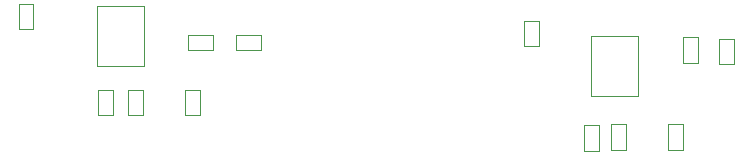
<source format=gbr>
%TF.GenerationSoftware,Altium Limited,Altium Designer,19.1.8 (144)*%
G04 Layer_Color=16711935*
%FSLAX26Y26*%
%MOIN*%
%TF.FileFunction,Other,Mechanical_13*%
%TF.Part,Single*%
G01*
G75*
%TA.AperFunction,NonConductor*%
%ADD35C,0.003937*%
D35*
X2052559Y1279606D02*
X2210039D01*
X2052559D02*
Y1480394D01*
X2210039D01*
Y1279606D02*
Y1480394D01*
X3698583Y1179882D02*
X3856063D01*
X3698583D02*
Y1380669D01*
X3856063D01*
Y1179882D02*
Y1380669D01*
X3675197Y998425D02*
X3724803D01*
X3675197Y1083071D02*
X3724803D01*
X3675197Y998425D02*
Y1083071D01*
X3724803Y998425D02*
Y1083071D01*
X4125197Y1287677D02*
X4174803D01*
X4125197Y1372323D02*
X4174803D01*
X4125197Y1287677D02*
Y1372323D01*
X4174803Y1287677D02*
Y1372323D01*
X2055197Y1116260D02*
X2104803D01*
X2055197Y1200906D02*
X2104803D01*
X2055197Y1116260D02*
Y1200906D01*
X2104803Y1116260D02*
Y1200906D01*
X2345197Y1116260D02*
X2394803D01*
X2345197Y1200906D02*
X2394803D01*
X2345197Y1116260D02*
Y1200906D01*
X2394803Y1116260D02*
Y1200906D01*
X2598740Y1335197D02*
Y1384803D01*
X2514094Y1335197D02*
Y1384803D01*
Y1335197D02*
X2598740D01*
X2514094Y1384803D02*
X2598740D01*
X3955197Y1001260D02*
X4004803D01*
X3955197Y1085906D02*
X4004803D01*
X3955197Y1001260D02*
Y1085906D01*
X4004803Y1001260D02*
Y1085906D01*
X3475197Y1432323D02*
X3524803D01*
X3475197Y1347677D02*
X3524803D01*
Y1432323D01*
X3475197Y1347677D02*
Y1432323D01*
X4005197Y1291260D02*
X4054803D01*
X4005197Y1375906D02*
X4054803D01*
X4005197Y1291260D02*
Y1375906D01*
X4054803Y1291260D02*
Y1375906D01*
X1790197Y1487323D02*
X1839803D01*
X1790197Y1402677D02*
X1839803D01*
Y1487323D01*
X1790197Y1402677D02*
Y1487323D01*
X2155197Y1200906D02*
X2204803D01*
X2155197Y1116260D02*
X2204803D01*
Y1200906D01*
X2155197Y1116260D02*
Y1200906D01*
X2354095Y1335197D02*
Y1384803D01*
X2438740Y1335197D02*
Y1384803D01*
X2354095D02*
X2438740D01*
X2354095Y1335197D02*
X2438740D01*
X3765197Y1085906D02*
X3814803D01*
X3765197Y1001260D02*
X3814803D01*
Y1085906D01*
X3765197Y1001260D02*
Y1085906D01*
%TF.MD5,b3b2ec3e2b7749acebe666d85b1ba6c9*%
M02*

</source>
